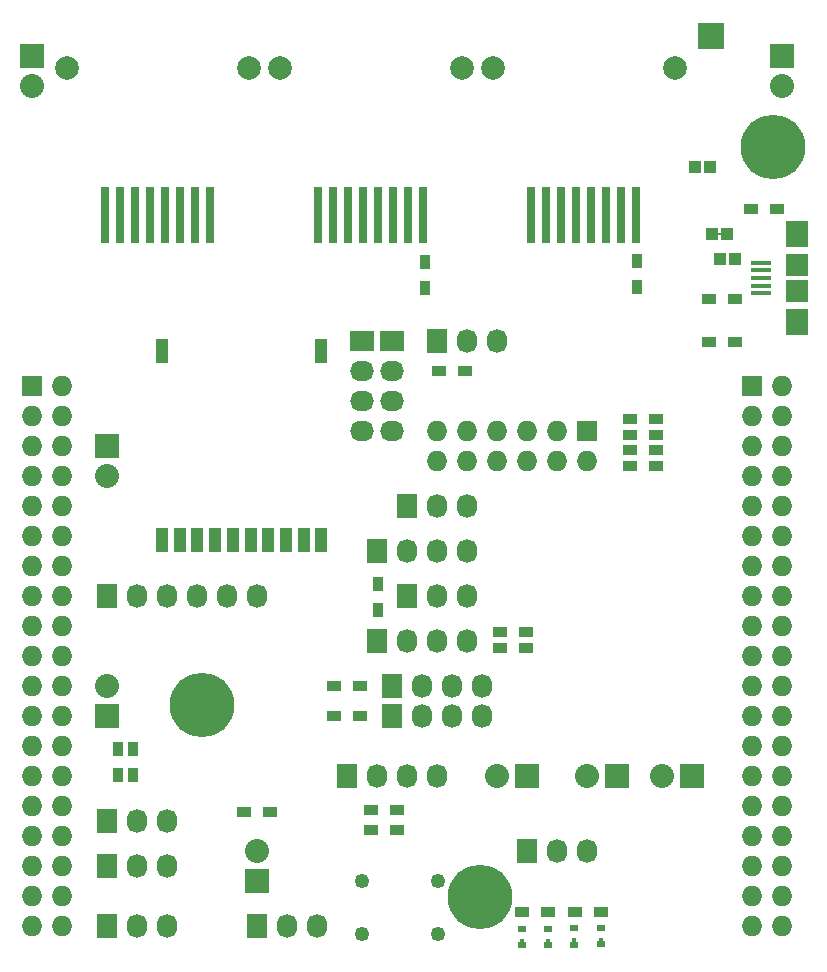
<source format=gts>
G04 #@! TF.FileFunction,Soldermask,Top*
%FSLAX46Y46*%
G04 Gerber Fmt 4.6, Leading zero omitted, Abs format (unit mm)*
G04 Created by KiCad (PCBNEW (2015-03-26 BZR 5542)-product) date 4/10/2015 4:12:41 PM*
%MOMM*%
G01*
G04 APERTURE LIST*
%ADD10C,0.100000*%
%ADD11R,1.727200X1.727200*%
%ADD12O,1.727200X1.727200*%
%ADD13R,1.016000X1.016000*%
%ADD14R,0.508000X0.203200*%
%ADD15R,1.200000X0.900000*%
%ADD16R,2.032000X2.032000*%
%ADD17O,2.032000X2.032000*%
%ADD18R,2.032000X1.727200*%
%ADD19O,2.032000X1.727200*%
%ADD20R,1.727200X2.032000*%
%ADD21O,1.727200X2.032000*%
%ADD22R,0.900000X1.200000*%
%ADD23R,1.000000X2.000000*%
%ADD24R,2.235200X2.235200*%
%ADD25R,0.640000X4.750000*%
%ADD26C,2.000000*%
%ADD27C,1.250000*%
%ADD28R,0.700000X0.600000*%
%ADD29R,0.300000X0.400000*%
%ADD30C,5.461000*%
%ADD31R,1.800000X0.400000*%
%ADD32R,1.900000X2.300000*%
%ADD33R,1.900000X1.850000*%
G04 APERTURE END LIST*
D10*
D11*
X124460000Y-80010000D03*
D12*
X127000000Y-80010000D03*
X124460000Y-82550000D03*
X127000000Y-82550000D03*
X124460000Y-85090000D03*
X127000000Y-85090000D03*
X124460000Y-87630000D03*
X127000000Y-87630000D03*
X124460000Y-90170000D03*
X127000000Y-90170000D03*
X124460000Y-92710000D03*
X127000000Y-92710000D03*
X124460000Y-95250000D03*
X127000000Y-95250000D03*
X124460000Y-97790000D03*
X127000000Y-97790000D03*
X124460000Y-100330000D03*
X127000000Y-100330000D03*
X124460000Y-102870000D03*
X127000000Y-102870000D03*
X124460000Y-105410000D03*
X127000000Y-105410000D03*
X124460000Y-107950000D03*
X127000000Y-107950000D03*
X124460000Y-110490000D03*
X127000000Y-110490000D03*
X124460000Y-113030000D03*
X127000000Y-113030000D03*
X124460000Y-115570000D03*
X127000000Y-115570000D03*
X124460000Y-118110000D03*
X127000000Y-118110000D03*
X124460000Y-120650000D03*
X127000000Y-120650000D03*
X124460000Y-123190000D03*
X127000000Y-123190000D03*
X124460000Y-125730000D03*
X127000000Y-125730000D03*
D13*
X182041800Y-67157600D03*
X183311800Y-67157600D03*
D14*
X182676800Y-67157600D03*
D15*
X183980000Y-76327000D03*
X181780000Y-76327000D03*
X187536000Y-65024000D03*
X185336000Y-65024000D03*
D16*
X130810000Y-85090000D03*
D17*
X130810000Y-87630000D03*
D18*
X152400000Y-76200000D03*
D19*
X152400000Y-78740000D03*
X152400000Y-81280000D03*
X152400000Y-83820000D03*
D20*
X166370000Y-119380000D03*
D21*
X168910000Y-119380000D03*
X171450000Y-119380000D03*
D18*
X154940000Y-76200000D03*
D19*
X154940000Y-78740000D03*
X154940000Y-81280000D03*
X154940000Y-83820000D03*
D20*
X130810000Y-120650000D03*
D21*
X133350000Y-120650000D03*
X135890000Y-120650000D03*
D20*
X143510000Y-125730000D03*
D21*
X146050000Y-125730000D03*
X148590000Y-125730000D03*
D20*
X156210000Y-90170000D03*
D21*
X158750000Y-90170000D03*
X161290000Y-90170000D03*
D20*
X156210000Y-97790000D03*
D21*
X158750000Y-97790000D03*
X161290000Y-97790000D03*
D20*
X130810000Y-125730000D03*
D21*
X133350000Y-125730000D03*
X135890000Y-125730000D03*
D22*
X133070600Y-110710800D03*
X133070600Y-112910800D03*
X131724400Y-112910800D03*
X131724400Y-110710800D03*
X157734000Y-71686600D03*
X157734000Y-69486600D03*
D15*
X168130400Y-124536200D03*
X165930400Y-124536200D03*
X172626200Y-124510800D03*
X170426200Y-124510800D03*
X184030800Y-72644000D03*
X181830800Y-72644000D03*
D22*
X175717200Y-71661200D03*
X175717200Y-69461200D03*
D15*
X175125200Y-86817200D03*
X177325200Y-86817200D03*
X150030000Y-107950000D03*
X152230000Y-107950000D03*
X150030000Y-105410000D03*
X152230000Y-105410000D03*
X175125200Y-85471000D03*
X177325200Y-85471000D03*
X175125200Y-84124800D03*
X177325200Y-84124800D03*
X175125200Y-82778600D03*
X177325200Y-82778600D03*
X161120000Y-78740000D03*
X158920000Y-78740000D03*
X155405000Y-115951000D03*
X153205000Y-115951000D03*
X142460800Y-116103400D03*
X144660800Y-116103400D03*
X155379600Y-117576600D03*
X153179600Y-117576600D03*
D22*
X153797000Y-99017000D03*
X153797000Y-96817000D03*
D15*
X164076200Y-100863400D03*
X166276200Y-100863400D03*
X164076200Y-102209600D03*
X166276200Y-102209600D03*
D11*
X185420000Y-80010000D03*
D12*
X187960000Y-80010000D03*
X185420000Y-82550000D03*
X187960000Y-82550000D03*
X185420000Y-85090000D03*
X187960000Y-85090000D03*
X185420000Y-87630000D03*
X187960000Y-87630000D03*
X185420000Y-90170000D03*
X187960000Y-90170000D03*
X185420000Y-92710000D03*
X187960000Y-92710000D03*
X185420000Y-95250000D03*
X187960000Y-95250000D03*
X185420000Y-97790000D03*
X187960000Y-97790000D03*
X185420000Y-100330000D03*
X187960000Y-100330000D03*
X185420000Y-102870000D03*
X187960000Y-102870000D03*
X185420000Y-105410000D03*
X187960000Y-105410000D03*
X185420000Y-107950000D03*
X187960000Y-107950000D03*
X185420000Y-110490000D03*
X187960000Y-110490000D03*
X185420000Y-113030000D03*
X187960000Y-113030000D03*
X185420000Y-115570000D03*
X187960000Y-115570000D03*
X185420000Y-118110000D03*
X187960000Y-118110000D03*
X185420000Y-120650000D03*
X187960000Y-120650000D03*
X185420000Y-123190000D03*
X187960000Y-123190000D03*
X185420000Y-125730000D03*
X187960000Y-125730000D03*
D23*
X135490000Y-93090000D03*
X136990000Y-93090000D03*
X138490000Y-93090000D03*
X139990000Y-93090000D03*
X141490000Y-93090000D03*
X142990000Y-93090000D03*
X144490000Y-93090000D03*
X145990000Y-93090000D03*
X147490000Y-93090000D03*
X148990000Y-93090000D03*
X135490000Y-77090000D03*
X148990000Y-77090000D03*
D13*
X180644800Y-61468000D03*
X181914800Y-61468000D03*
X182753000Y-69240400D03*
X184023000Y-69240400D03*
D16*
X130810000Y-107950000D03*
D17*
X130810000Y-105410000D03*
D20*
X151130000Y-113030000D03*
D21*
X153670000Y-113030000D03*
X156210000Y-113030000D03*
X158750000Y-113030000D03*
D20*
X130810000Y-97790000D03*
D21*
X133350000Y-97790000D03*
X135890000Y-97790000D03*
X138430000Y-97790000D03*
X140970000Y-97790000D03*
X143510000Y-97790000D03*
D20*
X153670000Y-93980000D03*
D21*
X156210000Y-93980000D03*
X158750000Y-93980000D03*
X161290000Y-93980000D03*
D20*
X130810000Y-116840000D03*
D21*
X133350000Y-116840000D03*
X135890000Y-116840000D03*
D20*
X154940000Y-107950000D03*
D21*
X157480000Y-107950000D03*
X160020000Y-107950000D03*
X162560000Y-107950000D03*
D20*
X158750000Y-76200000D03*
D21*
X161290000Y-76200000D03*
X163830000Y-76200000D03*
D20*
X154940000Y-105410000D03*
D21*
X157480000Y-105410000D03*
X160020000Y-105410000D03*
X162560000Y-105410000D03*
D11*
X171450000Y-83820000D03*
D12*
X171450000Y-86360000D03*
X168910000Y-83820000D03*
X168910000Y-86360000D03*
X166370000Y-83820000D03*
X166370000Y-86360000D03*
X163830000Y-83820000D03*
X163830000Y-86360000D03*
X161290000Y-83820000D03*
X161290000Y-86360000D03*
X158750000Y-83820000D03*
X158750000Y-86360000D03*
D20*
X153670000Y-101600000D03*
D21*
X156210000Y-101600000D03*
X158750000Y-101600000D03*
X161290000Y-101600000D03*
D24*
X181991000Y-50419000D03*
D16*
X173990000Y-113030000D03*
D17*
X171450000Y-113030000D03*
D16*
X166370000Y-113030000D03*
D17*
X163830000Y-113030000D03*
D16*
X143510000Y-121920000D03*
D17*
X143510000Y-119380000D03*
D16*
X180340000Y-113030000D03*
D17*
X177800000Y-113030000D03*
D16*
X124460000Y-52070000D03*
D17*
X124460000Y-54610000D03*
D16*
X187960000Y-52070000D03*
D17*
X187960000Y-54610000D03*
D25*
X157602000Y-65531000D03*
X156332000Y-65531000D03*
X155062000Y-65531000D03*
X153792000Y-65531000D03*
X152532000Y-65531000D03*
X151262000Y-65531000D03*
X149992000Y-65531000D03*
X148722000Y-65531000D03*
D26*
X160882000Y-53086000D03*
X145442000Y-53086000D03*
D25*
X139568000Y-65531000D03*
X138298000Y-65531000D03*
X137028000Y-65531000D03*
X135758000Y-65531000D03*
X134498000Y-65531000D03*
X133228000Y-65531000D03*
X131958000Y-65531000D03*
X130688000Y-65531000D03*
D26*
X142848000Y-53086000D03*
X127408000Y-53086000D03*
D25*
X175636000Y-65531000D03*
X174366000Y-65531000D03*
X173096000Y-65531000D03*
X171826000Y-65531000D03*
X170566000Y-65531000D03*
X169296000Y-65531000D03*
X168026000Y-65531000D03*
X166756000Y-65531000D03*
D26*
X178916000Y-53086000D03*
X163476000Y-53086000D03*
D27*
X152398660Y-121917900D03*
X158898660Y-121917900D03*
X152398660Y-126417900D03*
X158898660Y-126417900D03*
D28*
X165938200Y-125969800D03*
X165938200Y-127369800D03*
D29*
X165938200Y-126999800D03*
D28*
X168198800Y-125969800D03*
X168198800Y-127369800D03*
D29*
X168198800Y-126999800D03*
D28*
X170408600Y-125919000D03*
X170408600Y-127319000D03*
D29*
X170408600Y-126949000D03*
D28*
X172669200Y-125893600D03*
X172669200Y-127293600D03*
D29*
X172669200Y-126923600D03*
D30*
X162407600Y-123240800D03*
X138887200Y-107035600D03*
X187198000Y-59791600D03*
D31*
X186180000Y-72166000D03*
X186180000Y-71516000D03*
X186180000Y-70866000D03*
X186180000Y-70216000D03*
X186180000Y-69566000D03*
D32*
X189230000Y-74616000D03*
X189230000Y-67116000D03*
D33*
X189230000Y-71991000D03*
X189230000Y-69741000D03*
M02*

</source>
